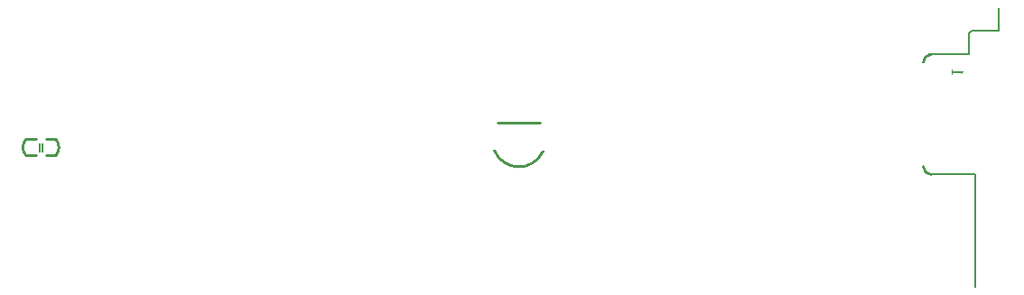
<source format=gbo>
G04*
G04 #@! TF.GenerationSoftware,Altium Limited,Altium Designer,21.2.1 (34)*
G04*
G04 Layer_Color=32896*
%FSLAX25Y25*%
%MOIN*%
G70*
G04*
G04 #@! TF.SameCoordinates,937FA343-5D84-449D-BBD7-2FC7B833E5F3*
G04*
G04*
G04 #@! TF.FilePolarity,Positive*
G04*
G01*
G75*
%ADD10C,0.01000*%
%ADD16C,0.00500*%
%ADD86C,0.00800*%
G36*
X344887Y83467D02*
X344892Y83400D01*
X344898Y83345D01*
X344909Y83301D01*
X344926Y83262D01*
X344937Y83228D01*
X344948Y83206D01*
X344953Y83195D01*
X344959Y83189D01*
X344992Y83156D01*
X345031Y83134D01*
X345070Y83117D01*
X345109Y83106D01*
X345142Y83101D01*
X345170Y83095D01*
X345192D01*
X345198D01*
X348739D01*
Y82901D01*
X348666Y82862D01*
X348605Y82818D01*
X348555Y82779D01*
X348517Y82734D01*
X348489Y82701D01*
X348466Y82673D01*
X348455Y82651D01*
X348450Y82646D01*
X348422Y82585D01*
X348406Y82518D01*
X348389Y82446D01*
X348383Y82379D01*
X348378Y82318D01*
X348372Y82274D01*
Y81963D01*
X348117D01*
Y82435D01*
X348111Y82490D01*
X348095Y82535D01*
X348078Y82557D01*
X348073Y82562D01*
X348039Y82590D01*
X348006Y82601D01*
X347978Y82607D01*
X347973D01*
X347967D01*
X345198D01*
X345142Y82601D01*
X345092Y82596D01*
X345053Y82579D01*
X345020Y82562D01*
X344992Y82546D01*
X344976Y82535D01*
X344965Y82524D01*
X344959Y82518D01*
X344937Y82479D01*
X344920Y82440D01*
X344898Y82340D01*
X344892Y82301D01*
X344887Y82263D01*
Y81963D01*
X344632D01*
Y83756D01*
X344887D01*
Y83467D01*
D02*
G37*
D10*
X336984Y89503D02*
G03*
X334032Y86550I0J-2953D01*
G01*
Y48046D02*
G03*
X336984Y45094I2953J0D01*
G01*
X175734Y53928D02*
G03*
X193626Y53635I9010J3802D01*
G01*
X2711Y58018D02*
G03*
X2763Y52162I3545J-2897D01*
G01*
X13911Y52218D02*
G03*
X13859Y58074I-3545J2897D01*
G01*
X176826Y64174D02*
X192574D01*
X10111Y52118D02*
X13811D01*
X10111Y58118D02*
X13811D01*
X2811D02*
X6611D01*
X2911Y52118D02*
X6611D01*
D16*
X7874Y53635D02*
Y56588D01*
X8858Y53635D02*
Y56588D01*
D86*
X351906Y98323D02*
X361906D01*
X350961Y97377D02*
X351906Y98323D01*
X350961Y89503D02*
Y97377D01*
X336000Y89503D02*
X350961D01*
X336000Y45094D02*
X353100D01*
Y3583D02*
Y45094D01*
X361906Y98323D02*
Y106575D01*
M02*

</source>
